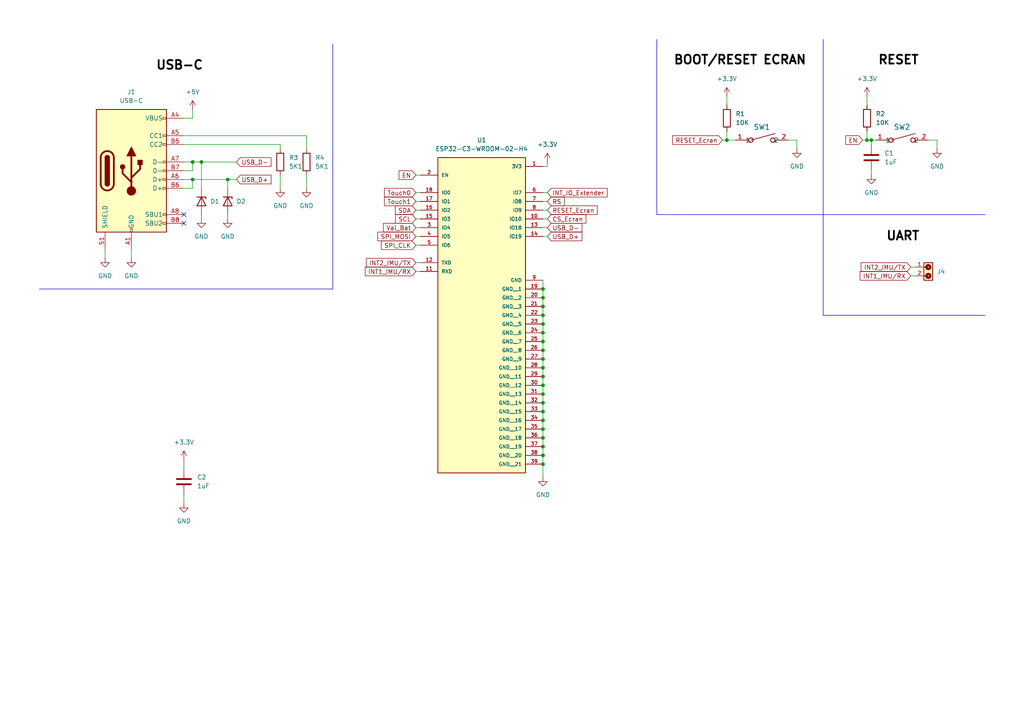
<source format=kicad_sch>
(kicad_sch (version 20231120) (generator "eeschema") (generator_version "8.0")
  (paper "A4")
  (title_block (title "MCU_RULER 2024") (date "2024-12-27") (rev "A") (company "FRANK_LAU"))
  (lib_symbols
    (symbol "CS1213AGF260:CS1213AGF260" (pin_names (offset 0.254))
      (property "Reference" "SW" (at 7.62 3.81 0))
      (property "Value" "CS1213AGF260" (at 0 0 0))
      (symbol "CS1213AGF260_0_1"
        (polyline (pts (xy 2.54 0) (xy 3.81 0)) (stroke (width 0.2032)))
        (polyline (pts (xy 4.445 0) (xy 11.43 1.905)) (stroke (width 0.2032)))
        (polyline (pts (xy 12.7 0) (xy 11.43 0)) (stroke (width 0.2032)))
        (circle (center 4.445 0) (radius 0.635) (stroke (width 0.254)))
        (circle (center 10.795 0) (radius 0.635) (stroke (width 0.254)))
        (pin unspecified line (at 0 0 0) (length 2.54) (name "1") (number "1"))
        (pin unspecified line (at 15.24 0 180) (length 2.54) (name "2") (number "2"))
      )
    )
    (symbol "Connector:USB_C_Receptacle_USB2.0_16P" (pin_names (offset 1.016))
      (property "Reference" "J" (at 0 22.225 0))
      (property "Value" "USB_C_Receptacle_USB2.0_16P" (at 0 19.685 0))
      (symbol "USB_C_Receptacle_USB2.0_16P_0_0"
        (rectangle (start -0.254 -17.78) (end 0.254 -16.764))
        (rectangle (start 10.16 -14.986) (end 9.144 -15.494))
        (rectangle (start 10.16 -12.446) (end 9.144 -12.954))
        (rectangle (start 10.16 -4.826) (end 9.144 -5.334))
        (rectangle (start 10.16 -2.286) (end 9.144 -2.794))
        (rectangle (start 10.16 0.254) (end 9.144 -0.254))
        (rectangle (start 10.16 2.794) (end 9.144 2.286))
        (rectangle (start 10.16 7.874) (end 9.144 7.366))
        (rectangle (start 10.16 10.414) (end 9.144 9.906))
        (rectangle (start 10.16 15.494) (end 9.144 14.986))
      )
      (symbol "USB_C_Receptacle_USB2.0_16P_0_1"
        (rectangle (start -10.16 17.78) (end 10.16 -17.78) (stroke (width 0.254)) (fill (type background)))
        (arc (start -8.89 -3.81) (mid -6.985 -5.7067) (end -5.08 -3.81) (stroke (width 0.508)))
        (arc (start -7.62 -3.81) (mid -6.985 -4.4423) (end -6.35 -3.81) (stroke (width 0.254)))
        (arc (start -7.62 -3.81) (mid -6.985 -4.4423) (end -6.35 -3.81) (stroke (width 0.254)) (fill (type outline)))
        (rectangle (start -7.62 -3.81) (end -6.35 3.81) (stroke (width 0.254)) (fill (type outline)))
        (arc (start -6.35 3.81) (mid -6.985 4.4423) (end -7.62 3.81) (stroke (width 0.254)))
        (arc (start -6.35 3.81) (mid -6.985 4.4423) (end -7.62 3.81) (stroke (width 0.254)) (fill (type outline)))
        (arc (start -5.08 3.81) (mid -6.985 5.7067) (end -8.89 3.81) (stroke (width 0.508)))
        (circle (center -2.54 1.143) (radius 0.635) (stroke (width 0.254)) (fill (type outline)))
        (circle (center 0 -5.842) (radius 1.27) (fill (type outline)))
        (polyline (pts (xy -8.89 -3.81) (xy -8.89 3.81)) (stroke (width 0.508)))
        (polyline (pts (xy -5.08 3.81) (xy -5.08 -3.81)) (stroke (width 0.508)))
        (polyline (pts (xy 0 -5.842) (xy 0 4.318)) (stroke (width 0.508)))
        (polyline (pts (xy 0 -3.302) (xy -2.54 -0.762) (xy -2.54 0.508)) (stroke (width 0.508)))
        (polyline (pts (xy 0 -2.032) (xy 2.54 0.508) (xy 2.54 1.778)) (stroke (width 0.508)))
        (polyline (pts (xy -1.27 4.318) (xy 0 6.858) (xy 1.27 4.318) (xy -1.27 4.318)) (stroke (width 0.254)) (fill (type outline)))
        (rectangle (start 1.905 1.778) (end 3.175 3.048) (stroke (width 0.254)) (fill (type outline)))
      )
      (symbol "USB_C_Receptacle_USB2.0_16P_1_1"
        (pin passive line (at 0 -22.86 90) (length 5.08) (name "GND") (number "A1"))
        (pin passive line (at 0 -22.86 90) (length 5.08) hide (name "GND") (number "A12"))
        (pin passive line (at 15.24 15.24 180) (length 5.08) (name "VBUS") (number "A4"))
        (pin bidirectional line (at 15.24 10.16 180) (length 5.08) (name "CC1") (number "A5"))
        (pin bidirectional line (at 15.24 -2.54 180) (length 5.08) (name "D+") (number "A6"))
        (pin bidirectional line (at 15.24 2.54 180) (length 5.08) (name "D-") (number "A7"))
        (pin bidirectional line (at 15.24 -12.7 180) (length 5.08) (name "SBU1") (number "A8"))
        (pin passive line (at 15.24 15.24 180) (length 5.08) hide (name "VBUS") (number "A9"))
        (pin passive line (at 0 -22.86 90) (length 5.08) hide (name "GND") (number "B1"))
        (pin passive line (at 0 -22.86 90) (length 5.08) hide (name "GND") (number "B12"))
        (pin passive line (at 15.24 15.24 180) (length 5.08) hide (name "VBUS") (number "B4"))
        (pin bidirectional line (at 15.24 7.62 180) (length 5.08) (name "CC2") (number "B5"))
        (pin bidirectional line (at 15.24 -5.08 180) (length 5.08) (name "D+") (number "B6"))
        (pin bidirectional line (at 15.24 0 180) (length 5.08) (name "D-") (number "B7"))
        (pin bidirectional line (at 15.24 -15.24 180) (length 5.08) (name "SBU2") (number "B8"))
        (pin passive line (at 15.24 15.24 180) (length 5.08) hide (name "VBUS") (number "B9"))
        (pin passive line (at -7.62 -22.86 90) (length 5.08) (name "SHIELD") (number "S1"))
      )
    )
    (symbol "Device:C" (pin_numbers hide) (pin_names (offset 0.254))
      (property "Reference" "C" (at 0.635 2.54 0))
      (property "Value" "C" (at 0.635 -2.54 0))
      (symbol "C_0_1"
        (polyline (pts (xy -2.032 -0.762) (xy 2.032 -0.762)) (stroke (width 0.508)))
        (polyline (pts (xy -2.032 0.762) (xy 2.032 0.762)) (stroke (width 0.508)))
      )
      (symbol "C_1_1"
        (pin passive line (at 0 3.81 270) (length 2.794) (name "~") (number "1"))
        (pin passive line (at 0 -3.81 90) (length 2.794) (name "~") (number "2"))
      )
    )
    (symbol "Device:D_Zener" (pin_numbers hide) (pin_names (offset 1.016) hide)
      (property "Reference" "D" (at 0 2.54 0))
      (property "Value" "D_Zener" (at 0 -2.54 0))
      (symbol "D_Zener_0_1"
        (polyline (pts (xy 1.27 0) (xy -1.27 0)))
        (polyline (pts (xy -1.27 -1.27) (xy -1.27 1.27) (xy -0.762 1.27)) (stroke (width 0.254)))
        (polyline (pts (xy 1.27 -1.27) (xy 1.27 1.27) (xy -1.27 0) (xy 1.27 -1.27)) (stroke (width 0.254)))
      )
      (symbol "D_Zener_1_1"
        (pin passive line (at -3.81 0 0) (length 2.54) (name "K") (number "1"))
        (pin passive line (at 3.81 0 180) (length 2.54) (name "A") (number "2"))
      )
    )
    (symbol "Device:R" (pin_numbers hide) (pin_names (offset 0))
      (property "Reference" "R" (at 2.032 0 90))
      (property "Value" "R" (at 0 0 90))
      (symbol "R_0_1"
        (rectangle (start -1.016 -2.54) (end 1.016 2.54) (stroke (width 0.254)))
      )
      (symbol "R_1_1"
        (pin passive line (at 0 3.81 270) (length 1.27) (name "~") (number "1"))
        (pin passive line (at 0 -3.81 90) (length 1.27) (name "~") (number "2"))
      )
    )
    (symbol "ESP32-C3-WROOM-02-H4:ESP32-C3-WROOM-02-H4" (pin_names (offset 1.016))
      (property "Reference" "U" (at -12.7 21.082 0))
      (property "Value" "ESP32-C3-WROOM-02-H4" (at -12.7 -71.882 0))
      (symbol "ESP32-C3-WROOM-02-H4_0_0"
        (rectangle (start -12.7 -71.12) (end 12.7 20.32) (stroke (width 0.254)) (fill (type background)))
        (pin power_in line (at 17.78 17.78 180) (length 5.08) (name "3V3") (number "1"))
        (pin bidirectional line (at 17.78 2.54 180) (length 5.08) (name "IO10") (number "10"))
        (pin bidirectional line (at -17.78 -12.7 0) (length 5.08) (name "RXD") (number "11"))
        (pin bidirectional line (at -17.78 -10.16 0) (length 5.08) (name "TXD") (number "12"))
        (pin bidirectional line (at 17.78 0 180) (length 5.08) (name "IO18") (number "13"))
        (pin bidirectional line (at 17.78 -2.54 180) (length 5.08) (name "IO19") (number "14"))
        (pin bidirectional line (at -17.78 2.54 0) (length 5.08) (name "IO3") (number "15"))
        (pin bidirectional line (at -17.78 5.08 0) (length 5.08) (name "IO2") (number "16"))
        (pin bidirectional line (at -17.78 7.62 0) (length 5.08) (name "IO1") (number "17"))
        (pin bidirectional line (at -17.78 10.16 0) (length 5.08) (name "IO0") (number "18"))
        (pin power_in line (at 17.78 -17.78 180) (length 5.08) (name "GND__1") (number "19"))
        (pin input line (at -17.78 15.24 0) (length 5.08) (name "EN") (number "2"))
        (pin power_in line (at 17.78 -20.32 180) (length 5.08) (name "GND__2") (number "20"))
        (pin power_in line (at 17.78 -22.86 180) (length 5.08) (name "GND__3") (number "21"))
        (pin power_in line (at 17.78 -25.4 180) (length 5.08) (name "GND__4") (number "22"))
        (pin power_in line (at 17.78 -27.94 180) (length 5.08) (name "GND__5") (number "23"))
        (pin power_in line (at 17.78 -30.48 180) (length 5.08) (name "GND__6") (number "24"))
        (pin power_in line (at 17.78 -33.02 180) (length 5.08) (name "GND__7") (number "25"))
        (pin power_in line (at 17.78 -35.56 180) (length 5.08) (name "GND__8") (number "26"))
        (pin power_in line (at 17.78 -38.1 180) (length 5.08) (name "GND__9") (number "27"))
        (pin power_in line (at 17.78 -40.64 180) (length 5.08) (name "GND__10") (number "28"))
        (pin power_in line (at 17.78 -43.18 180) (length 5.08) (name "GND__11") (number "29"))
        (pin bidirectional line (at -17.78 0 0) (length 5.08) (name "IO4") (number "3"))
        (pin power_in line (at 17.78 -45.72 180) (length 5.08) (name "GND__12") (number "30"))
        (pin power_in line (at 17.78 -48.26 180) (length 5.08) (name "GND__13") (number "31"))
        (pin power_in line (at 17.78 -50.8 180) (length 5.08) (name "GND__14") (number "32"))
        (pin power_in line (at 17.78 -53.34 180) (length 5.08) (name "GND__15") (number "33"))
        (pin power_in line (at 17.78 -55.88 180) (length 5.08) (name "GND__16") (number "34"))
        (pin power_in line (at 17.78 -58.42 180) (length 5.08) (name "GND__17") (number "35"))
        (pin power_in line (at 17.78 -60.96 180) (length 5.08) (name "GND__18") (number "36"))
        (pin power_in line (at 17.78 -63.5 180) (length 5.08) (name "GND__19") (number "37"))
        (pin power_in line (at 17.78 -66.04 180) (length 5.08) (name "GND__20") (number "38"))
        (pin power_in line (at 17.78 -68.58 180) (length 5.08) (name "GND__21") (number "39"))
        (pin bidirectional line (at -17.78 -2.54 0) (length 5.08) (name "IO5") (number "4"))
        (pin bidirectional line (at -17.78 -5.08 0) (length 5.08) (name "IO6") (number "5"))
        (pin bidirectional line (at 17.78 10.16 180) (length 5.08) (name "IO7") (number "6"))
        (pin bidirectional line (at 17.78 7.62 180) (length 5.08) (name "IO8") (number "7"))
        (pin bidirectional line (at 17.78 5.08 180) (length 5.08) (name "IO9") (number "8"))
        (pin power_in line (at 17.78 -15.24 180) (length 5.08) (name "GND") (number "9"))
      )
    )
    (symbol "Header2_1:6130XX11121_61300211121" (pin_names (offset 1.016))
      (property "Reference" "J" (at -5.08 -1.778 0))
      (symbol "6130XX11121_61300211121_0_0"
        (rectangle (start -3.81 -2.54) (end 1.27 0) (stroke (width 0.254)) (fill (type background)))
        (circle (center -2.54 -1.27) (radius 0.254) (stroke (width 0.635)))
        (circle (center 0 -1.27) (radius 0.254) (stroke (width 0.635)))
        (polyline (pts (xy -2.54 -1.27) (xy -2.54 -2.54)) (stroke (width 0.254)))
        (polyline (pts (xy 0 -1.27) (xy 0 -2.54)) (stroke (width 0.254)))
        (pin passive line (at -2.54 -5.08 90) (length 2.54) (name "~") (number "1"))
        (pin passive line (at 0 -5.08 90) (length 2.54) (name "~") (number "2"))
      )
    )
    (symbol "power:+3.3V" (power) (pin_numbers hide) (pin_names (offset 0) hide)
      (property "Value" "+3.3V" (at 0 3.556 0))
      (symbol "+3.3V_0_1"
        (polyline (pts (xy -0.762 1.27) (xy 0 2.54)))
        (polyline (pts (xy 0 0) (xy 0 2.54)))
        (polyline (pts (xy 0 2.54) (xy 0.762 1.27)))
      )
      (symbol "+3.3V_1_1"
        (pin power_in line (at 0 0 90) (length 0) (name "~") (number "1"))
      )
    )
    (symbol "power:+5V" (power) (pin_numbers hide) (pin_names (offset 0) hide)
      (property "Value" "+5V" (at 0 3.556 0))
      (symbol "+5V_0_1"
        (polyline (pts (xy -0.762 1.27) (xy 0 2.54)))
        (polyline (pts (xy 0 0) (xy 0 2.54)))
        (polyline (pts (xy 0 2.54) (xy 0.762 1.27)))
      )
      (symbol "+5V_1_1"
        (pin power_in line (at 0 0 90) (length 0) (name "~") (number "1"))
      )
    )
    (symbol "power:GND" (power) (pin_numbers hide) (pin_names (offset 0) hide)
      (property "Value" "GND" (at 0 -3.81 0))
      (symbol "GND_0_1"
        (polyline (pts (xy 0 0) (xy 0 -1.27) (xy 1.27 -1.27) (xy 0 -2.54) (xy -1.27 -1.27) (xy 0 -1.27)))
      )
      (symbol "GND_1_1"
        (pin power_in line (at 0 0 270) (length 0) (name "~") (number "1"))
      )
    )
  )
  (junction (at 157.48 116.84))
  (junction (at 157.48 99.06))
  (junction (at 157.48 132.08))
  (junction (at 157.48 91.44))
  (junction (at 157.48 86.36))
  (junction (at 157.48 129.54))
  (junction (at 252.73 40.64))
  (junction (at 58.42 46.99))
  (junction (at 157.48 134.62))
  (junction (at 157.48 83.82))
  (junction (at 157.48 111.76))
  (junction (at 157.48 109.22))
  (junction (at 157.48 119.38))
  (junction (at 157.48 106.68))
  (junction (at 66.04 52.07))
  (junction (at 55.88 52.07))
  (junction (at 157.48 124.46))
  (junction (at 157.48 101.6))
  (junction (at 157.48 127))
  (junction (at 157.48 104.14))
  (junction (at 157.48 114.3))
  (junction (at 157.48 121.92))
  (junction (at 210.82 40.64))
  (junction (at 157.48 96.52))
  (junction (at 157.48 88.9))
  (junction (at 55.88 46.99))
  (junction (at 157.48 93.98))
  (junction (at 251.46 40.64))
  (no_connect (at 53.34 64.77))
  (no_connect (at 53.34 62.23))
  (wire (pts (xy 157.48 58.42) (xy 158.75 58.42)))
  (wire (pts (xy 157.48 66.04) (xy 158.75 66.04)))
  (wire (pts (xy 66.04 62.23) (xy 66.04 63.5)))
  (wire (pts (xy 55.88 34.29) (xy 55.88 31.75)))
  (wire (pts (xy 157.48 60.96) (xy 158.75 60.96)))
  (wire (pts (xy 120.65 60.96) (xy 121.92 60.96)))
  (wire (pts (xy 120.65 55.88) (xy 121.92 55.88)))
  (wire (pts (xy 251.46 27.94) (xy 251.46 30.48)))
  (wire (pts (xy 120.65 63.5) (xy 121.92 63.5)))
  (wire (pts (xy 157.48 91.44) (xy 157.48 93.98)))
  (wire (pts (xy 252.73 49.53) (xy 252.73 50.8)))
  (wire (pts (xy 120.65 68.58) (xy 121.92 68.58)))
  (wire (pts (xy 157.48 114.3) (xy 157.48 116.84)))
  (wire (pts (xy 120.65 66.04) (xy 121.92 66.04)))
  (wire (pts (xy 55.88 46.99) (xy 58.42 46.99)))
  (wire (pts (xy 120.65 58.42) (xy 121.92 58.42)))
  (wire (pts (xy 157.48 88.9) (xy 157.48 91.44)))
  (wire (pts (xy 157.48 81.28) (xy 157.48 83.82)))
  (wire (pts (xy 120.65 50.8) (xy 121.92 50.8)))
  (wire (pts (xy 88.9 39.37) (xy 88.9 43.18)))
  (wire (pts (xy 157.48 127) (xy 157.48 129.54)))
  (polyline (pts (xy 238.76 62.23) (xy 238.76 91.44)))
  (wire (pts (xy 53.34 52.07) (xy 55.88 52.07)))
  (wire (pts (xy 269.24 40.64) (xy 271.78 40.64)))
  (wire (pts (xy 158.75 46.99) (xy 158.75 48.26)))
  (wire (pts (xy 157.48 124.46) (xy 157.48 127)))
  (wire (pts (xy 157.48 116.84) (xy 157.48 119.38)))
  (wire (pts (xy 228.6 40.64) (xy 231.14 40.64)))
  (wire (pts (xy 157.48 86.36) (xy 157.48 88.9)))
  (wire (pts (xy 157.48 96.52) (xy 157.48 99.06)))
  (wire (pts (xy 66.04 52.07) (xy 68.58 52.07)))
  (wire (pts (xy 53.34 46.99) (xy 55.88 46.99)))
  (wire (pts (xy 81.28 50.8) (xy 81.28 54.61)))
  (wire (pts (xy 58.42 46.99) (xy 68.58 46.99)))
  (wire (pts (xy 157.48 132.08) (xy 157.48 134.62)))
  (wire (pts (xy 53.34 133.35) (xy 53.34 135.89)))
  (polyline (pts (xy 96.52 12.7) (xy 96.52 83.82)))
  (wire (pts (xy 210.82 27.94) (xy 210.82 30.48)))
  (wire (pts (xy 66.04 52.07) (xy 66.04 54.61)))
  (wire (pts (xy 157.48 55.88) (xy 158.75 55.88)))
  (wire (pts (xy 58.42 46.99) (xy 58.42 54.61)))
  (wire (pts (xy 120.65 71.12) (xy 121.92 71.12)))
  (wire (pts (xy 88.9 50.8) (xy 88.9 54.61)))
  (wire (pts (xy 157.48 134.62) (xy 157.48 138.43)))
  (wire (pts (xy 157.48 109.22) (xy 157.48 111.76)))
  (wire (pts (xy 252.73 41.91) (xy 252.73 40.64)))
  (wire (pts (xy 53.34 143.51) (xy 53.34 146.05)))
  (wire (pts (xy 55.88 52.07) (xy 55.88 54.61)))
  (wire (pts (xy 30.48 72.39) (xy 30.48 74.93)))
  (wire (pts (xy 264.16 77.47) (xy 265.43 77.47)))
  (wire (pts (xy 55.88 52.07) (xy 66.04 52.07)))
  (wire (pts (xy 38.1 72.39) (xy 38.1 74.93)))
  (wire (pts (xy 157.48 83.82) (xy 157.48 86.36)))
  (polyline (pts (xy 238.76 62.23) (xy 285.75 62.23)))
  (wire (pts (xy 157.48 121.92) (xy 157.48 124.46)))
  (wire (pts (xy 55.88 46.99) (xy 55.88 49.53)))
  (polyline (pts (xy 190.5 11.43) (xy 190.5 62.23)))
  (wire (pts (xy 53.34 34.29) (xy 55.88 34.29)))
  (wire (pts (xy 53.34 41.91) (xy 81.28 41.91)))
  (wire (pts (xy 157.48 99.06) (xy 157.48 101.6)))
  (wire (pts (xy 251.46 38.1) (xy 251.46 40.64)))
  (polyline (pts (xy 238.76 11.43) (xy 238.76 62.23)))
  (wire (pts (xy 120.65 78.74) (xy 121.92 78.74)))
  (wire (pts (xy 264.16 80.01) (xy 265.43 80.01)))
  (wire (pts (xy 53.34 49.53) (xy 55.88 49.53)))
  (wire (pts (xy 157.48 104.14) (xy 157.48 106.68)))
  (wire (pts (xy 210.82 38.1) (xy 210.82 40.64)))
  (wire (pts (xy 210.82 40.64) (xy 213.36 40.64)))
  (wire (pts (xy 53.34 39.37) (xy 88.9 39.37)))
  (wire (pts (xy 58.42 62.23) (xy 58.42 63.5)))
  (wire (pts (xy 157.48 119.38) (xy 157.48 121.92)))
  (wire (pts (xy 157.48 101.6) (xy 157.48 104.14)))
  (wire (pts (xy 157.48 111.76) (xy 157.48 114.3)))
  (wire (pts (xy 251.46 40.64) (xy 252.73 40.64)))
  (wire (pts (xy 252.73 40.64) (xy 254 40.64)))
  (wire (pts (xy 158.75 48.26) (xy 157.48 48.26)))
  (wire (pts (xy 120.65 76.2) (xy 121.92 76.2)))
  (wire (pts (xy 271.78 40.64) (xy 271.78 43.18)))
  (wire (pts (xy 157.48 93.98) (xy 157.48 96.52)))
  (wire (pts (xy 231.14 40.64) (xy 231.14 43.18)))
  (wire (pts (xy 81.28 41.91) (xy 81.28 43.18)))
  (wire (pts (xy 250.19 40.64) (xy 251.46 40.64)))
  (wire (pts (xy 157.48 68.58) (xy 158.75 68.58)))
  (wire (pts (xy 157.48 129.54) (xy 157.48 132.08)))
  (polyline (pts (xy 11.43 83.82) (xy 96.52 83.82)))
  (polyline (pts (xy 238.76 91.44) (xy 285.75 91.44)))
  (wire (pts (xy 209.55 40.64) (xy 210.82 40.64)))
  (wire (pts (xy 157.48 106.68) (xy 157.48 109.22)))
  (polyline (pts (xy 238.76 62.23) (xy 190.5 62.23)))
  (wire (pts (xy 53.34 54.61) (xy 55.88 54.61)))
  (wire (pts (xy 157.48 63.5) (xy 158.75 63.5)))
  (text "RESET" (at 260.604 17.526 0) (effects (font (size 2.54 2.54) (thickness 0.508) (bold yes))))
  (text "UART" (at 261.874 68.58 0) (effects (font (size 2.54 2.54) (thickness 0.508) (bold yes))))
  (text "USB-C" (at 52.07 19.05 0) (effects (font (size 2.54 2.54) (bold yes))))
  (text "BOOT/RESET ECRAN" (at 214.63 17.526 0) (effects (font (size 2.54 2.54) (bold yes))))
  (global_label "SPI_MOSI" (shape input) (at 120.65 68.58 180) (property "Intersheetrefs" "${INTERSHEET_REFS}" (effects (hide yes))))
  (global_label "Touch0" (shape input) (at 120.65 55.88 180) (property "Intersheetrefs" "${INTERSHEET_REFS}" (effects (hide yes))))
  (global_label "EN" (shape input) (at 120.65 50.8 180) (property "Intersheetrefs" "${INTERSHEET_REFS}" (effects (hide yes))))
  (global_label "SDA" (shape input) (at 120.65 60.96 180) (property "Intersheetrefs" "${INTERSHEET_REFS}" (effects (hide yes))))
  (global_label "RS" (shape input) (at 158.75 58.42 0) (property "Intersheetrefs" "${INTERSHEET_REFS}" (effects (hide yes))))
  (global_label "USB_D-" (shape input) (at 158.75 66.04 0) (property "Intersheetrefs" "${INTERSHEET_REFS}" (effects (hide yes))))
  (global_label "INT_IO_Extender" (shape input) (at 158.75 55.88 0) (property "Intersheetrefs" "${INTERSHEET_REFS}" (effects (hide yes))))
  (global_label "USB_D+" (shape input) (at 68.58 52.07 0) (property "Intersheetrefs" "${INTERSHEET_REFS}" (effects (hide yes))))
  (global_label "INT2_IMU{slash}TX" (shape input) (at 264.16 77.47 180) (property "Intersheetrefs" "${INTERSHEET_REFS}" (effects (hide yes))))
  (global_label "USB_D+" (shape input) (at 158.75 68.58 0) (property "Intersheetrefs" "${INTERSHEET_REFS}" (effects (hide yes))))
  (global_label "INT2_IMU{slash}TX" (shape input) (at 120.65 76.2 180) (property "Intersheetrefs" "${INTERSHEET_REFS}" (effects (hide yes))))
  (global_label "Touch1" (shape input) (at 120.65 58.42 180) (property "Intersheetrefs" "${INTERSHEET_REFS}" (effects (hide yes))))
  (global_label "SPI_CLK" (shape input) (at 120.65 71.12 180) (property "Intersheetrefs" "${INTERSHEET_REFS}" (effects (hide yes))))
  (global_label "Val_Bat" (shape input) (at 120.65 66.04 180) (property "Intersheetrefs" "${INTERSHEET_REFS}" (effects (hide yes))))
  (global_label "EN" (shape input) (at 250.19 40.64 180) (property "Intersheetrefs" "${INTERSHEET_REFS}" (effects (hide yes))))
  (global_label "RESET_Ecran" (shape input) (at 209.55 40.64 180) (property "Intersheetrefs" "${INTERSHEET_REFS}" (effects (hide yes))))
  (global_label "INT1_IMU{slash}RX" (shape input) (at 264.16 80.01 180) (property "Intersheetrefs" "${INTERSHEET_REFS}" (effects (hide yes))))
  (global_label "INT1_IMU{slash}RX" (shape input) (at 120.65 78.74 180) (property "Intersheetrefs" "${INTERSHEET_REFS}" (effects (hide yes))))
  (global_label "USB_D-" (shape input) (at 68.58 46.99 0) (property "Intersheetrefs" "${INTERSHEET_REFS}" (effects (hide yes))))
  (global_label "CS_Ecran" (shape input) (at 158.75 63.5 0) (property "Intersheetrefs" "${INTERSHEET_REFS}" (effects (hide yes))))
  (global_label "RESET_Ecran" (shape input) (at 158.75 60.96 0) (property "Intersheetrefs" "${INTERSHEET_REFS}" (effects (hide yes))))
  (global_label "SCL" (shape input) (at 120.65 63.5 180) (property "Intersheetrefs" "${INTERSHEET_REFS}" (effects (hide yes))))
  (symbol (lib_id "power:GND") (at 157.48 138.43 0) (unit 1)
    (property "Reference" "#PWR014" (effects (hide yes)))
    (property "Value" "GND" (at 157.48 143.51 0))
    (property "Description" "Power symbol creates a global label with name \"GND\" , ground" (effects (hide yes)))
  )
  (symbol (lib_id "power:GND") (at 53.34 146.05 0) (unit 1)
    (property "Reference" "#PWR016" (effects (hide yes)))
    (property "Value" "GND" (at 53.34 151.13 0))
    (property "Description" "Power symbol creates a global label with name \"GND\" , ground" (effects (hide yes)))
  )
  (symbol (lib_id "Device:R") (at 81.28 46.99 0) (unit 1)
    (property "Reference" "R3" (at 83.82 45.7199 0) (effects (justify left)))
    (property "Value" "5K1" (at 83.82 48.2599 0) (effects (justify left)))
    (property "Footprint" "Resistor_SMD:R_0603_1608Metric_Pad0.98x0.95mm_HandSolder" (effects (hide yes)))
    (property "Description" "Resistor" (effects (hide yes)))
  )
  (symbol (lib_id "power:GND") (at 58.42 63.5 0) (unit 1)
    (property "Reference" "#PWR010" (effects (hide yes)))
    (property "Value" "GND" (at 58.42 68.58 0))
    (property "Description" "Power symbol creates a global label with name \"GND\" , ground" (effects (hide yes)))
  )
  (symbol (lib_id "CS1213AGF260:CS1213AGF260") (at 254 40.64 0) (unit 1)
    (property "Reference" "SW2" (at 261.62 36.83 0) (effects (font (size 1.524 1.524))))
    (property "Value" "CS1213AGF260" (effects (hide yes)))
    (property "Footprint" "CS1213AGF260:SW_CS1213AGF260_CRS" (effects (hide yes)))
    (property "Datasheet" "CS1213AGF260" (effects (hide yes)))
  )
  (symbol (lib_id "power:+3.3V") (at 210.82 27.94 0) (unit 1)
    (property "Reference" "#PWR01" (effects (hide yes)))
    (property "Value" "+3.3V" (at 210.82 22.86 0))
    (property "Description" "Power symbol creates a global label with name \"+3.3V\"" (effects (hide yes)))
  )
  (symbol (lib_id "Header2_1:6130XX11121_61300211121") (at 270.51 80.01 270) (unit 1)
    (property "Reference" "J4" (at 271.78 78.7399 90) (effects (justify left)))
    (property "Value" "61300211121" (effects (hide yes)))
    (property "Footprint" "Header2_1:61300211121" (effects (hide yes)))
    (property "ROWS" "Single" (effects (hide yes)))
    (property "GENDER" "Pin Header" (effects (hide yes)))
    (property "MOUNT" "THT" (effects (hide yes)))
    (property "IR" "3A" (effects (hide yes)))
    (property "PACKAGING" "Bag" (effects (hide yes)))
    (property "PART-NUMBER" "61300211121" (effects (hide yes)))
    (property "DATASHEET-URL" "https://www.we-online.com/redexpert/spec/61300211121?ae" (effects (hide yes)))
    (property "PITCH" "2.54mm" (effects (hide yes)))
    (property "PINS" "2" (effects (hide yes)))
    (property "TYPE" "Straight" (effects (hide yes)))
  )
  (symbol (lib_id "power:GND") (at 30.48 74.93 0) (unit 1)
    (property "Reference" "#PWR012" (effects (hide yes)))
    (property "Value" "GND" (at 30.48 80.01 0))
    (property "Description" "Power symbol creates a global label with name \"GND\" , ground" (effects (hide yes)))
  )
  (symbol (lib_id "power:GND") (at 66.04 63.5 0) (unit 1)
    (property "Reference" "#PWR011" (effects (hide yes)))
    (property "Value" "GND" (at 66.04 68.58 0))
    (property "Description" "Power symbol creates a global label with name \"GND\" , ground" (effects (hide yes)))
  )
  (symbol (lib_id "power:GND") (at 271.78 43.18 0) (unit 1)
    (property "Reference" "#PWR05" (effects (hide yes)))
    (property "Value" "GND" (at 271.78 48.26 0))
    (property "Description" "Power symbol creates a global label with name \"GND\" , ground" (effects (hide yes)))
  )
  (symbol (lib_id "Device:D_Zener") (at 66.04 58.42 270) (unit 1)
    (property "Reference" "D2" (at 68.58 58.4199 90) (effects (justify left)))
    (property "Value" "D_Zener" (effects (hide yes)))
    (property "Footprint" "Diode_SMD:D_SOD-923" (effects (hide yes)))
    (property "Description" "Zener diode" (effects (hide yes)))
  )
  (symbol (lib_id "CS1213AGF260:CS1213AGF260") (at 213.36 40.64 0) (unit 1)
    (property "Reference" "SW1" (at 220.98 36.83 0) (effects (font (size 1.524 1.524))))
    (property "Value" "CS1213AGF260" (effects (hide yes)))
    (property "Footprint" "CS1213AGF260:SW_CS1213AGF260_CRS" (effects (hide yes)))
    (property "Datasheet" "CS1213AGF260" (effects (hide yes)))
  )
  (symbol (lib_id "power:GND") (at 81.28 54.61 0) (unit 1)
    (property "Reference" "#PWR08" (effects (hide yes)))
    (property "Value" "GND" (at 81.28 59.69 0))
    (property "Description" "Power symbol creates a global label with name \"GND\" , ground" (effects (hide yes)))
  )
  (symbol (lib_id "Device:D_Zener") (at 58.42 58.42 270) (unit 1)
    (property "Reference" "D1" (at 60.96 58.4199 90) (effects (justify left)))
    (property "Value" "D_Zener" (effects (hide yes)))
    (property "Footprint" "Diode_SMD:D_SOD-923" (effects (hide yes)))
    (property "Description" "Zener diode" (effects (hide yes)))
  )
  (symbol (lib_id "power:+3.3V") (at 251.46 27.94 0) (unit 1)
    (property "Reference" "#PWR02" (effects (hide yes)))
    (property "Value" "+3.3V" (at 251.46 22.86 0))
    (property "Description" "Power symbol creates a global label with name \"+3.3V\"" (effects (hide yes)))
  )
  (symbol (lib_id "Device:C") (at 252.73 45.72 0) (unit 1)
    (property "Reference" "C1" (at 256.54 44.4499 0) (effects (justify left)))
    (property "Value" "1uF" (at 256.54 46.9899 0) (effects (justify left)))
    (property "Footprint" "Capacitor_SMD:C_0603_1608Metric_Pad1.08x0.95mm_HandSolder" (effects (hide yes)))
    (property "Description" "Unpolarized capacitor" (effects (hide yes)))
  )
  (symbol (lib_id "power:GND") (at 231.14 43.18 0) (unit 1)
    (property "Reference" "#PWR04" (effects (hide yes)))
    (property "Value" "GND" (at 231.14 48.26 0))
    (property "Description" "Power symbol creates a global label with name \"GND\" , ground" (effects (hide yes)))
  )
  (symbol (lib_id "Device:R") (at 251.46 34.29 180) (unit 1)
    (property "Reference" "R2" (at 254 33.0199 0) (effects (justify right)))
    (property "Value" "10K" (at 254 35.5599 0) (effects (justify right)))
    (property "Footprint" "Resistor_SMD:R_0603_1608Metric_Pad0.98x0.95mm_HandSolder" (effects (hide yes)))
    (property "Description" "Resistor" (effects (hide yes)))
  )
  (symbol (lib_id "power:GND") (at 88.9 54.61 0) (unit 1)
    (property "Reference" "#PWR09" (effects (hide yes)))
    (property "Value" "GND" (at 88.9 59.69 0))
    (property "Description" "Power symbol creates a global label with name \"GND\" , ground" (effects (hide yes)))
  )
  (symbol (lib_id "Device:R") (at 210.82 34.29 180) (unit 1)
    (property "Reference" "R1" (at 213.36 33.0199 0) (effects (justify right)))
    (property "Value" "10K" (at 213.36 35.5599 0) (effects (justify right)))
    (property "Footprint" "Resistor_SMD:R_0603_1608Metric_Pad0.98x0.95mm_HandSolder" (effects (hide yes)))
    (property "Description" "Resistor" (effects (hide yes)))
  )
  (symbol (lib_id "power:GND") (at 38.1 74.93 0) (unit 1)
    (property "Reference" "#PWR013" (effects (hide yes)))
    (property "Value" "GND" (at 38.1 80.01 0))
    (property "Description" "Power symbol creates a global label with name \"GND\" , ground" (effects (hide yes)))
  )
  (symbol (lib_id "Device:R") (at 88.9 46.99 0) (unit 1)
    (property "Reference" "R4" (at 91.44 45.7199 0) (effects (justify left)))
    (property "Value" "5K1" (at 91.44 48.2599 0) (effects (justify left)))
    (property "Footprint" "Resistor_SMD:R_0603_1608Metric_Pad0.98x0.95mm_HandSolder" (effects (hide yes)))
    (property "Description" "Resistor" (effects (hide yes)))
  )
  (symbol (lib_id "power:+3.3V") (at 158.75 46.99 0) (unit 1)
    (property "Reference" "#PWR06" (effects (hide yes)))
    (property "Value" "+3.3V" (at 158.75 41.91 0))
    (property "Description" "Power symbol creates a global label with name \"+3.3V\"" (effects (hide yes)))
  )
  (symbol (lib_id "power:+3.3V") (at 53.34 133.35 0) (unit 1)
    (property "Reference" "#PWR015" (effects (hide yes)))
    (property "Value" "+3.3V" (at 53.34 128.27 0))
    (property "Description" "Power symbol creates a global label with name \"+3.3V\"" (effects (hide yes)))
  )
  (symbol (lib_id "ESP32-C3-WROOM-02-H4:ESP32-C3-WROOM-02-H4") (at 139.7 66.04 0) (unit 1)
    (property "Reference" "U1" (at 139.7 40.64 0))
    (property "Value" "ESP32-C3-WROOM-02-H4" (at 139.7 43.18 0))
    (property "Footprint" "ESP32_C3_WROOM_02_H4:MODULE_ESP32-C3-WROOM-02-H4" (effects (hide yes)))
    (property "MF" "Espressif Systems" (effects (hide yes)))
    (property "Description_1" "WiFi Modules (802.11) (Engineering Samples) SMD module, ESP32-C3, 4MB SPI flash, PCB antenna, -40 C +105 C" (effects (hide yes)))
    (property "Package" "Package" (effects (hide yes)))
    (property "Price" "None" (effects (hide yes)))
    (property "MP" "ESP32-C3-WROOM-02-H4" (effects (hide yes)))
    (property "Availability" "In Stock" (effects (hide yes)))
    (property "Purchase-URL" "https://pricing.snapeda.com/search/part/ESP32-C3-WROOM-02-H4/?ref=eda" (effects (hide yes)))
  )
  (symbol (lib_id "Connector:USB_C_Receptacle_USB2.0_16P") (at 38.1 49.53 0) (unit 1)
    (property "Reference" "J1" (at 38.1 26.67 0))
    (property "Value" "USB-C" (at 38.1 29.21 0))
    (property "Footprint" "Connector_USB:USB_C_Receptacle_G-Switch_GT-USB-7010ASV" (effects (hide yes)))
    (property "Datasheet" "https://www.usb.org/sites/default/files/documents/usb_type-c.zip" (effects (hide yes)))
    (property "Description" "USB 2.0-only 16P Type-C Receptacle connector" (effects (hide yes)))
  )
  (symbol (lib_id "power:+5V") (at 55.88 31.75 0) (unit 1)
    (property "Reference" "#PWR03" (effects (hide yes)))
    (property "Value" "+5V" (at 55.88 26.67 0))
    (property "Description" "Power symbol creates a global label with name \"+5V\"" (effects (hide yes)))
  )
  (symbol (lib_id "power:GND") (at 252.73 50.8 0) (unit 1)
    (property "Reference" "#PWR07" (effects (hide yes)))
    (property "Value" "GND" (at 252.73 55.88 0))
    (property "Description" "Power symbol creates a global label with name \"GND\" , ground" (effects (hide yes)))
  )
  (symbol (lib_id "Device:C") (at 53.34 139.7 0) (unit 1)
    (property "Reference" "C2" (at 57.15 138.4299 0) (effects (justify left)))
    (property "Value" "1uF" (at 57.15 140.9699 0) (effects (justify left)))
    (property "Footprint" "Capacitor_SMD:C_0603_1608Metric_Pad1.08x0.95mm_HandSolder" (effects (hide yes)))
    (property "Description" "Unpolarized capacitor" (effects (hide yes)))
  )
)
</source>
